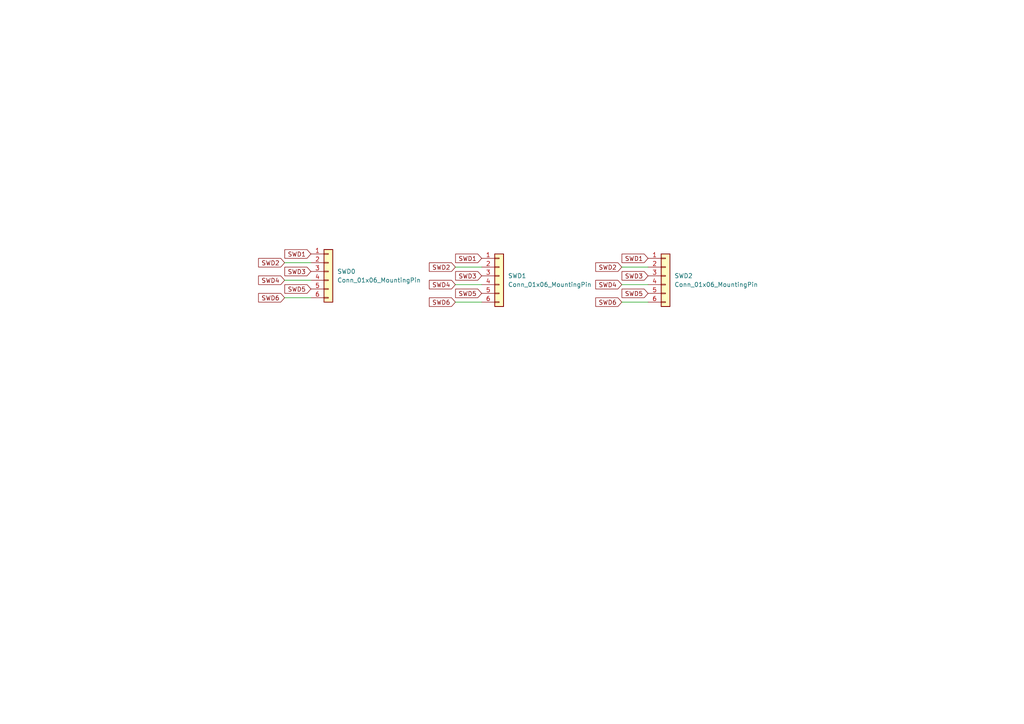
<source format=kicad_sch>
(kicad_sch (version 20250114) (generator "eeschema") (generator_version "9.0")
  (paper "A4")
  (lib_symbols
    (symbol "Conn_01x06_MountingPin_1" (pin_names (offset 1.016) (hide yes))
      (property "Reference" "J1SWD" (at 2.54 -0.3555 0))
      (property "Value" "Conn_01x06_MountingPin" (at 2.54 -2.8955 0))
      (symbol "Conn_01x06_MountingPin_1_1_1"
        (rectangle (start -1.27 6.35) (end 1.27 -8.89) (stroke (width 0.254)) (fill (type background)))
        (rectangle (start -1.27 5.207) (end 0 4.953) (stroke (width 0.1524)))
        (rectangle (start -1.27 2.667) (end 0 2.413) (stroke (width 0.1524)))
        (rectangle (start -1.27 0.127) (end 0 -0.127) (stroke (width 0.1524)))
        (rectangle (start -1.27 -2.413) (end 0 -2.667) (stroke (width 0.1524)))
        (rectangle (start -1.27 -4.953) (end 0 -5.207) (stroke (width 0.1524)))
        (rectangle (start -1.27 -7.493) (end 0 -7.747) (stroke (width 0.1524)))
        (pin passive line (at -5.08 5.08 0) (length 3.81) (name "Pin_1") (number "1"))
        (pin passive line (at -5.08 2.54 0) (length 3.81) (name "Pin_2") (number "2"))
        (pin passive line (at -5.08 0 0) (length 3.81) (name "Pin_3") (number "3"))
        (pin passive line (at -5.08 -2.54 0) (length 3.81) (name "Pin_4") (number "4"))
        (pin passive line (at -5.08 -5.08 0) (length 3.81) (name "Pin_5") (number "5"))
        (pin passive line (at -5.08 -7.62 0) (length 3.81) (name "Pin_6") (number "6"))
      )
    )
    (symbol "Connector_Generic_MountingPin:Conn_01x06_MountingPin" (pin_names (offset 1.016) (hide yes))
      (property "Reference" "J2SWD1" (at 2.54 -0.3555 0))
      (property "Value" "Conn_01x06_MountingPin" (at 2.54 -2.8955 0))
      (symbol "Conn_01x06_MountingPin_1_1"
        (rectangle (start -1.27 6.35) (end 1.27 -8.89) (stroke (width 0.254)) (fill (type background)))
        (rectangle (start -1.27 5.207) (end 0 4.953) (stroke (width 0.1524)))
        (rectangle (start -1.27 2.667) (end 0 2.413) (stroke (width 0.1524)))
        (rectangle (start -1.27 0.127) (end 0 -0.127) (stroke (width 0.1524)))
        (rectangle (start -1.27 -2.413) (end 0 -2.667) (stroke (width 0.1524)))
        (rectangle (start -1.27 -4.953) (end 0 -5.207) (stroke (width 0.1524)))
        (rectangle (start -1.27 -7.493) (end 0 -7.747) (stroke (width 0.1524)))
        (pin passive line (at -5.08 5.08 0) (length 3.81) (name "Pin_1") (number "1"))
        (pin passive line (at -5.08 2.54 0) (length 3.81) (name "Pin_2") (number "2"))
        (pin passive line (at -5.08 0 0) (length 3.81) (name "Pin_3") (number "3"))
        (pin passive line (at -5.08 -2.54 0) (length 3.81) (name "Pin_4") (number "4"))
        (pin passive line (at -5.08 -5.08 0) (length 3.81) (name "Pin_5") (number "5"))
        (pin passive line (at -5.08 -7.62 0) (length 3.81) (name "Pin_6") (number "6"))
      )
    )
  )
  (wire (pts (xy 132.08 77.47) (xy 139.7 77.47)))
  (wire (pts (xy 132.08 82.55) (xy 139.7 82.55)))
  (wire (pts (xy 82.55 76.2) (xy 90.17 76.2)))
  (wire (pts (xy 82.55 86.36) (xy 90.17 86.36)))
  (wire (pts (xy 180.34 77.47) (xy 187.96 77.47)))
  (wire (pts (xy 180.34 87.63) (xy 187.96 87.63)))
  (wire (pts (xy 82.55 81.28) (xy 90.17 81.28)))
  (wire (pts (xy 180.34 82.55) (xy 187.96 82.55)))
  (wire (pts (xy 132.08 87.63) (xy 139.7 87.63)))
  (global_label "SWD6" (shape input) (at 132.08 87.63 180) (property "Intersheetrefs" "${INTERSHEET_REFS}" (effects (hide yes))))
  (global_label "SWD4" (shape input) (at 180.34 82.55 180) (property "Intersheetrefs" "${INTERSHEET_REFS}" (effects (hide yes))))
  (global_label "SWD2" (shape input) (at 82.55 76.2 180) (property "Intersheetrefs" "${INTERSHEET_REFS}" (effects (hide yes))))
  (global_label "SWD6" (shape input) (at 180.34 87.63 180) (property "Intersheetrefs" "${INTERSHEET_REFS}" (effects (hide yes))))
  (global_label "SWD1" (shape input) (at 187.96 74.93 180) (property "Intersheetrefs" "${INTERSHEET_REFS}" (effects (hide yes))))
  (global_label "SWD2" (shape input) (at 132.08 77.47 180) (property "Intersheetrefs" "${INTERSHEET_REFS}" (effects (hide yes))))
  (global_label "SWD3" (shape input) (at 90.17 78.74 180) (property "Intersheetrefs" "${INTERSHEET_REFS}" (effects (hide yes))))
  (global_label "SWD4" (shape input) (at 132.08 82.55 180) (property "Intersheetrefs" "${INTERSHEET_REFS}" (effects (hide yes))))
  (global_label "SWD3" (shape input) (at 139.7 80.01 180) (property "Intersheetrefs" "${INTERSHEET_REFS}" (effects (hide yes))))
  (global_label "SWD5" (shape input) (at 139.7 85.09 180) (property "Intersheetrefs" "${INTERSHEET_REFS}" (effects (hide yes))))
  (global_label "SWD1" (shape input) (at 90.17 73.66 180) (property "Intersheetrefs" "${INTERSHEET_REFS}" (effects (hide yes))))
  (global_label "SWD2" (shape input) (at 180.34 77.47 180) (property "Intersheetrefs" "${INTERSHEET_REFS}" (effects (hide yes))))
  (global_label "SWD5" (shape input) (at 90.17 83.82 180) (property "Intersheetrefs" "${INTERSHEET_REFS}" (effects (hide yes))))
  (global_label "SWD6" (shape input) (at 82.55 86.36 180) (property "Intersheetrefs" "${INTERSHEET_REFS}" (effects (hide yes))))
  (global_label "SWD1" (shape input) (at 139.7 74.93 180) (property "Intersheetrefs" "${INTERSHEET_REFS}" (effects (hide yes))))
  (global_label "SWD4" (shape input) (at 82.55 81.28 180) (property "Intersheetrefs" "${INTERSHEET_REFS}" (effects (hide yes))))
  (global_label "SWD5" (shape input) (at 187.96 85.09 180) (property "Intersheetrefs" "${INTERSHEET_REFS}" (effects (hide yes))))
  (global_label "SWD3" (shape input) (at 187.96 80.01 180) (property "Intersheetrefs" "${INTERSHEET_REFS}" (effects (hide yes))))
  (symbol (lib_name "Conn_01x06_MountingPin_1") (lib_id "Connector_Generic_MountingPin:Conn_01x06_MountingPin") (at 95.25 78.74 0) (unit 1)
    (property "Reference" "SWD0" (at 97.79 78.7399 0) (effects (justify left)))
    (property "Value" "Conn_01x06_MountingPin" (at 97.79 81.2799 0) (effects (justify left)))
    (property "Footprint" "Connector_Dsub:DSUB-9_Pins_Horizontal_P2.77x2.54mm_EdgePinOffset9.40mm" (effects (hide yes)))
    (property "Description" "Generic connectable mounting pin connector, single row, 01x06, script generated (kicad-library-utils/schlib/autogen/connector/)" (effects (hide yes)))
  )
  (symbol (lib_id "Connector_Generic_MountingPin:Conn_01x06_MountingPin") (at 144.78 80.01 0) (unit 1)
    (property "Reference" "SWD1" (at 147.32 80.0099 0) (effects (justify left)))
    (property "Value" "Conn_01x06_MountingPin" (at 147.32 82.5499 0) (effects (justify left)))
    (property "Footprint" "Connector_PinHeader_1.27mm:PinHeader_1x06_P1.27mm_Vertical" (effects (hide yes)))
    (property "Description" "Generic connectable mounting pin connector, single row, 01x06, script generated (kicad-library-utils/schlib/autogen/connector/)" (effects (hide yes)))
  )
  (symbol (lib_id "Connector_Generic_MountingPin:Conn_01x06_MountingPin") (at 193.04 80.01 0) (unit 1)
    (property "Reference" "SWD2" (at 195.58 80.0099 0) (effects (justify left)))
    (property "Value" "Conn_01x06_MountingPin" (at 195.58 82.5499 0) (effects (justify left)))
    (property "Footprint" "Connector_PinHeader_1.27mm:PinHeader_1x06_P1.27mm_Vertical" (effects (hide yes)))
    (property "Description" "Generic connectable mounting pin connector, single row, 01x06, script generated (kicad-library-utils/schlib/autogen/connector/)" (effects (hide yes)))
  )
)
</source>
